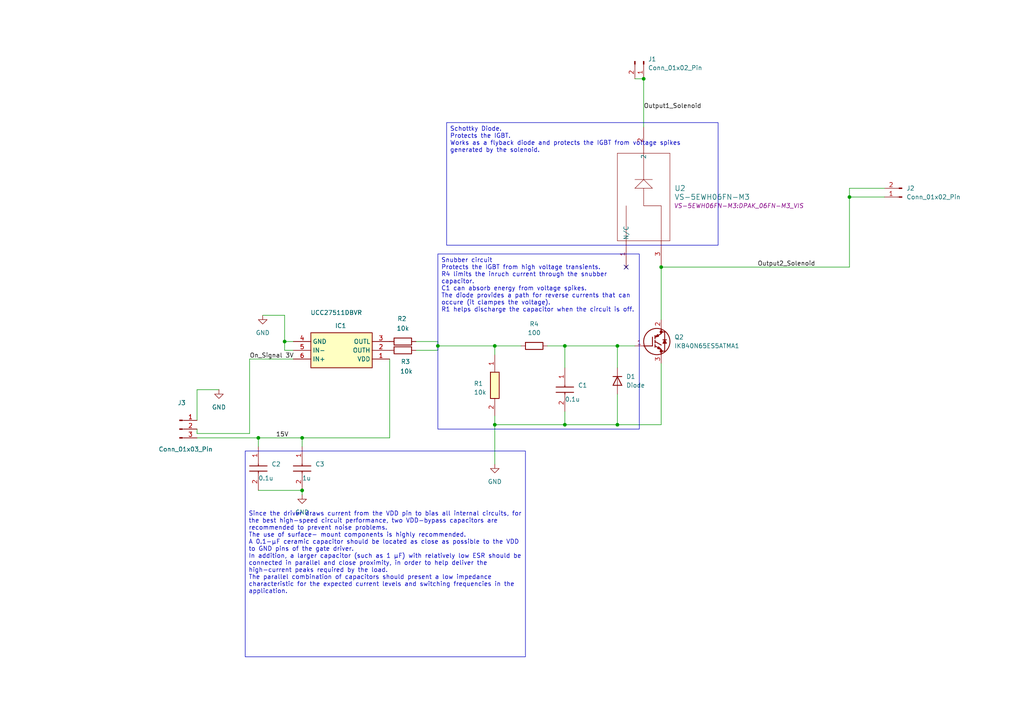
<source format=kicad_sch>
(kicad_sch (version 20231120) (generator "eeschema") (generator_version "8.0")
  (paper "A4")
  (lib_symbols
    (symbol "B32671P6104K000:B32671P6104K000" (pin_names hide)
      (property "Reference" "C" (at 8.89 6.35 0))
      (property "Value" "B32671P6104K000" (at 8.89 3.81 0))
      (symbol "B32671P6104K000_1_1"
        (polyline (pts (xy 5.08 0) (xy 5.588 0)) (stroke (width 0.254)))
        (polyline (pts (xy 5.588 2.54) (xy 5.588 -2.54)) (stroke (width 0.254)))
        (polyline (pts (xy 7.112 0) (xy 7.62 0)) (stroke (width 0.254)))
        (polyline (pts (xy 7.112 2.54) (xy 7.112 -2.54)) (stroke (width 0.254)))
        (pin passive line (at 0 0 0) (length 5.08) (name "1") (number "1"))
        (pin passive line (at 12.7 0 180) (length 5.08) (name "2") (number "2"))
      )
    )
    (symbol "CRCW121010K0JNEAIF:CRCW121010K0JNEAIF" (pin_names hide)
      (property "Reference" "R" (at 13.97 6.35 0))
      (property "Value" "CRCW121010K0JNEAIF" (at 13.97 3.81 0))
      (symbol "CRCW121010K0JNEAIF_1_1"
        (rectangle (start 5.08 1.27) (end 12.7 -1.27) (stroke (width 0.254)) (fill (type background)))
        (pin passive line (at 0 0 0) (length 5.08) (name "1") (number "1"))
        (pin passive line (at 17.78 0 180) (length 5.08) (name "2") (number "2"))
      )
    )
    (symbol "Connector:Conn_01x02_Pin" (pin_names (offset 1.016) hide)
      (property "Reference" "J" (at 0 2.54 0))
      (property "Value" "Conn_01x02_Pin" (at 0 -5.08 0))
      (symbol "Conn_01x02_Pin_1_1"
        (polyline (pts (xy 1.27 -2.54) (xy 0.8636 -2.54)) (stroke (width 0.1524)))
        (polyline (pts (xy 1.27 0) (xy 0.8636 0)) (stroke (width 0.1524)))
        (rectangle (start 0.8636 -2.413) (end 0 -2.667) (stroke (width 0.1524)) (fill (type outline)))
        (rectangle (start 0.8636 0.127) (end 0 -0.127) (stroke (width 0.1524)) (fill (type outline)))
        (pin passive line (at 5.08 0 180) (length 3.81) (name "Pin_1") (number "1"))
        (pin passive line (at 5.08 -2.54 180) (length 3.81) (name "Pin_2") (number "2"))
      )
    )
    (symbol "Connector:Conn_01x03_Pin" (pin_names (offset 1.016) hide)
      (property "Reference" "J" (at 0 5.08 0))
      (property "Value" "Conn_01x03_Pin" (at 0 -5.08 0))
      (symbol "Conn_01x03_Pin_1_1"
        (polyline (pts (xy 1.27 -2.54) (xy 0.8636 -2.54)) (stroke (width 0.1524)))
        (polyline (pts (xy 1.27 0) (xy 0.8636 0)) (stroke (width 0.1524)))
        (polyline (pts (xy 1.27 2.54) (xy 0.8636 2.54)) (stroke (width 0.1524)))
        (rectangle (start 0.8636 -2.413) (end 0 -2.667) (stroke (width 0.1524)) (fill (type outline)))
        (rectangle (start 0.8636 0.127) (end 0 -0.127) (stroke (width 0.1524)) (fill (type outline)))
        (rectangle (start 0.8636 2.667) (end 0 2.413) (stroke (width 0.1524)) (fill (type outline)))
        (pin passive line (at 5.08 2.54 180) (length 3.81) (name "Pin_1") (number "1"))
        (pin passive line (at 5.08 0 180) (length 3.81) (name "Pin_2") (number "2"))
        (pin passive line (at 5.08 -2.54 180) (length 3.81) (name "Pin_3") (number "3"))
      )
    )
    (symbol "Device:D" (pin_numbers hide) (pin_names (offset 1.016) hide)
      (property "Reference" "D" (at 0 2.54 0))
      (property "Value" "D" (at 0 -2.54 0))
      (symbol "D_0_1"
        (polyline (pts (xy -1.27 1.27) (xy -1.27 -1.27)) (stroke (width 0.254)))
        (polyline (pts (xy 1.27 0) (xy -1.27 0)))
        (polyline (pts (xy 1.27 1.27) (xy 1.27 -1.27) (xy -1.27 0) (xy 1.27 1.27)) (stroke (width 0.254)))
      )
      (symbol "D_1_1"
        (pin passive line (at -3.81 0 0) (length 2.54) (name "K") (number "1"))
        (pin passive line (at 3.81 0 180) (length 2.54) (name "A") (number "2"))
      )
    )
    (symbol "Device:R" (pin_numbers hide) (pin_names (offset 0))
      (property "Reference" "R" (at 2.032 0 90))
      (property "Value" "R" (at 0 0 90))
      (symbol "R_0_1"
        (rectangle (start -1.016 -2.54) (end 1.016 2.54) (stroke (width 0.254)))
      )
      (symbol "R_1_1"
        (pin passive line (at 0 3.81 270) (length 1.27) (name "~") (number "1"))
        (pin passive line (at 0 -3.81 90) (length 1.27) (name "~") (number "2"))
      )
    )
    (symbol "IKB40N65ES5ATMA1:IKB40N65ES5ATMA1" (pin_names hide)
      (property "Reference" "Q" (at 11.43 2.54 0))
      (property "Value" "IKB40N65ES5ATMA1" (at 11.43 0 0))
      (symbol "IKB40N65ES5ATMA1_1_1"
        (polyline (pts (xy 2.54 0) (xy 5.08 0)) (stroke (width 0.254)))
        (polyline (pts (xy 5.08 2.54) (xy 5.08 0)) (stroke (width 0.254)))
        (polyline (pts (xy 5.842 -0.4064) (xy 5.842 0.4064)) (stroke (width 0.254)))
        (polyline (pts (xy 5.842 0) (xy 7.62 -1.016)) (stroke (width 0.254)))
        (polyline (pts (xy 5.842 0.8636) (xy 5.842 1.6764)) (stroke (width 0.254)))
        (polyline (pts (xy 5.842 1.27) (xy 7.62 0.254)) (stroke (width 0.254)))
        (polyline (pts (xy 5.842 2.1336) (xy 5.842 2.9464)) (stroke (width 0.254)))
        (polyline (pts (xy 5.842 2.1844) (xy 5.842 2.9972)) (stroke (width 0.254)))
        (polyline (pts (xy 7.62 -1.524) (xy 8.636 -1.524)) (stroke (width 0.254)))
        (polyline (pts (xy 7.62 -1.016) (xy 7.62 -2.54)) (stroke (width 0.254)))
        (polyline (pts (xy 7.62 3.556) (xy 5.842 2.54)) (stroke (width 0.254)))
        (polyline (pts (xy 7.62 3.556) (xy 7.62 5.08)) (stroke (width 0.254)))
        (polyline (pts (xy 7.62 4.064) (xy 8.636 4.064)) (stroke (width 0.254)))
        (polyline (pts (xy 8.128 1.778) (xy 9.144 1.778)) (stroke (width 0.254)))
        (polyline (pts (xy 8.636 0.762) (xy 8.636 -1.524)) (stroke (width 0.254)))
        (polyline (pts (xy 8.636 1.778) (xy 8.636 4.064)) (stroke (width 0.254)))
        (polyline (pts (xy 6.604 -0.762) (xy 6.858 -0.254) (xy 7.62 -1.016) (xy 6.604 -0.762)) (stroke (width 0.254)) (fill (type outline)))
        (polyline (pts (xy 6.858 2.794) (xy 6.604 3.302) (xy 5.842 2.54) (xy 6.858 2.794)) (stroke (width 0.254)) (fill (type outline)))
        (polyline (pts (xy 8.636 1.778) (xy 8.128 0.762) (xy 9.144 0.762) (xy 8.636 1.778)) (stroke (width 0.254)) (fill (type outline)))
        (circle (center 6.35 1.27) (radius 3.81) (stroke (width 0.254)))
        (circle (center 7.62 -1.524) (radius 0.254) (stroke (width 0.381)))
        (circle (center 7.62 4.064) (radius 0.254) (stroke (width 0.381)))
        (pin passive line (at 0 0 0) (length 2.54) (name "G") (number "1"))
        (pin passive line (at 7.62 7.62 270) (length 2.54) (name "C") (number "2"))
        (pin passive line (at 7.62 -5.08 90) (length 2.54) (name "E") (number "3"))
      )
    )
    (symbol "UCC27511DBVR:UCC27511DBVR"
      (property "Reference" "IC" (at 24.13 7.62 0))
      (property "Value" "UCC27511DBVR" (at 24.13 5.08 0))
      (symbol "UCC27511DBVR_1_1"
        (rectangle (start 5.08 2.54) (end 22.86 -7.62) (stroke (width 0.254)) (fill (type background)))
        (pin passive line (at 0 0 0) (length 5.08) (name "VDD") (number "1"))
        (pin passive line (at 0 -2.54 0) (length 5.08) (name "OUTH") (number "2"))
        (pin passive line (at 0 -5.08 0) (length 5.08) (name "OUTL") (number "3"))
        (pin passive line (at 27.94 -5.08 180) (length 5.08) (name "GND") (number "4"))
        (pin passive line (at 27.94 -2.54 180) (length 5.08) (name "IN-") (number "5"))
        (pin passive line (at 27.94 0 180) (length 5.08) (name "IN+") (number "6"))
      )
    )
    (symbol "VS-5EWH06FN-M3:VS-5EWH06FN-M3" (pin_names (offset 0.254))
      (property "Reference" "U" (at 20.32 7.62 0))
      (property "Value" "VS-5EWH06FN-M3" (at 20.32 5.08 0))
      (symbol "VS-5EWH06FN-M3_0_1"
        (polyline (pts (xy 7.62 -12.7) (xy 33.02 -12.7)) (stroke (width 0.127)))
        (polyline (pts (xy 7.62 -10.16) (xy 17.78 -10.16)) (stroke (width 0.127)))
        (polyline (pts (xy 7.62 0) (xy 17.78 0)) (stroke (width 0.127)))
        (polyline (pts (xy 7.62 2.54) (xy 7.62 -12.7)) (stroke (width 0.127)))
        (polyline (pts (xy 17.78 -10.16) (xy 17.78 -5.08)) (stroke (width 0.127)))
        (polyline (pts (xy 17.78 -5.08) (xy 22.86 -5.08)) (stroke (width 0.127)))
        (polyline (pts (xy 22.86 -7.62) (xy 22.86 -2.54)) (stroke (width 0.127)))
        (polyline (pts (xy 22.86 -7.62) (xy 25.4 -5.08)) (stroke (width 0.127)))
        (polyline (pts (xy 25.4 -7.62) (xy 25.4 -2.54)) (stroke (width 0.127)))
        (polyline (pts (xy 25.4 -5.08) (xy 22.86 -2.54)) (stroke (width 0.127)))
        (polyline (pts (xy 25.4 -5.08) (xy 33.02 -5.08)) (stroke (width 0.127)))
        (polyline (pts (xy 33.02 -12.7) (xy 33.02 2.54)) (stroke (width 0.127)))
        (polyline (pts (xy 33.02 2.54) (xy 7.62 2.54)) (stroke (width 0.127)))
        (pin no_connect line (at 0 0 0) (length 7.62) (name "N/C") (number "1"))
        (pin unspecified line (at 40.64 -5.08 180) (length 7.62) (name "2") (number "2"))
        (pin unspecified line (at 0 -10.16 0) (length 7.62) (name "") (number "3"))
      )
    )
    (symbol "power:GND" (power) (pin_numbers hide) (pin_names (offset 0) hide)
      (property "Value" "GND" (at 0 -3.81 0))
      (symbol "GND_0_1"
        (polyline (pts (xy 0 0) (xy 0 -1.27) (xy 1.27 -1.27) (xy 0 -2.54) (xy -1.27 -1.27) (xy 0 -1.27)))
      )
      (symbol "GND_1_1"
        (pin power_in line (at 0 0 270) (length 0) (name "~") (number "1"))
      )
    )
  )
  (junction (at 87.63 142.24))
  (junction (at 163.83 100.33))
  (junction (at 127 100.33))
  (junction (at 246.38 57.15))
  (junction (at 143.51 123.19))
  (junction (at 186.69 22.86))
  (junction (at 82.55 99.06))
  (junction (at 163.83 123.19))
  (junction (at 179.07 100.33))
  (junction (at 74.93 127))
  (junction (at 143.51 100.33))
  (junction (at 191.77 77.47))
  (junction (at 87.63 127))
  (junction (at 179.07 123.19))
  (no_connect (at 181.61 77.47))
  (wire (pts (xy 191.77 77.47) (xy 191.77 92.71)))
  (wire (pts (xy 143.51 100.33) (xy 151.13 100.33)))
  (wire (pts (xy 163.83 123.19) (xy 179.07 123.19)))
  (wire (pts (xy 63.5 113.03) (xy 57.15 113.03)))
  (wire (pts (xy 246.38 57.15) (xy 256.54 57.15)))
  (wire (pts (xy 127 100.33) (xy 127 101.6)))
  (wire (pts (xy 246.38 57.15) (xy 246.38 77.47)))
  (wire (pts (xy 143.51 120.65) (xy 143.51 123.19)))
  (wire (pts (xy 57.15 127) (xy 74.93 127)))
  (wire (pts (xy 186.69 22.86) (xy 186.69 36.83)))
  (wire (pts (xy 143.51 100.33) (xy 143.51 102.87)))
  (wire (pts (xy 85.09 101.6) (xy 82.55 101.6)))
  (wire (pts (xy 246.38 54.61) (xy 256.54 54.61)))
  (wire (pts (xy 191.77 105.41) (xy 191.77 123.19)))
  (wire (pts (xy 163.83 100.33) (xy 163.83 106.68)))
  (wire (pts (xy 127 100.33) (xy 143.51 100.33)))
  (wire (pts (xy 179.07 123.19) (xy 191.77 123.19)))
  (wire (pts (xy 76.2 91.44) (xy 82.55 91.44)))
  (wire (pts (xy 143.51 123.19) (xy 163.83 123.19)))
  (wire (pts (xy 82.55 101.6) (xy 82.55 99.06)))
  (wire (pts (xy 74.93 127) (xy 87.63 127)))
  (wire (pts (xy 184.15 22.86) (xy 186.69 22.86)))
  (wire (pts (xy 72.39 125.73) (xy 57.15 125.73)))
  (wire (pts (xy 87.63 127) (xy 113.03 127)))
  (wire (pts (xy 74.93 142.24) (xy 87.63 142.24)))
  (wire (pts (xy 113.03 104.14) (xy 113.03 127)))
  (wire (pts (xy 163.83 100.33) (xy 179.07 100.33)))
  (wire (pts (xy 127 99.06) (xy 127 100.33)))
  (wire (pts (xy 87.63 143.51) (xy 87.63 142.24)))
  (wire (pts (xy 57.15 125.73) (xy 57.15 124.46)))
  (wire (pts (xy 72.39 104.14) (xy 72.39 125.73)))
  (wire (pts (xy 179.07 106.68) (xy 179.07 100.33)))
  (wire (pts (xy 163.83 119.38) (xy 163.83 123.19)))
  (wire (pts (xy 120.65 101.6) (xy 127 101.6)))
  (wire (pts (xy 143.51 123.19) (xy 143.51 134.62)))
  (wire (pts (xy 191.77 77.47) (xy 246.38 77.47)))
  (wire (pts (xy 120.65 99.06) (xy 127 99.06)))
  (wire (pts (xy 74.93 127) (xy 74.93 129.54)))
  (wire (pts (xy 179.07 114.3) (xy 179.07 123.19)))
  (wire (pts (xy 57.15 113.03) (xy 57.15 121.92)))
  (wire (pts (xy 246.38 54.61) (xy 246.38 57.15)))
  (wire (pts (xy 87.63 127) (xy 87.63 129.54)))
  (wire (pts (xy 163.83 100.33) (xy 158.75 100.33)))
  (wire (pts (xy 82.55 91.44) (xy 82.55 99.06)))
  (wire (pts (xy 179.07 100.33) (xy 184.15 100.33)))
  (wire (pts (xy 82.55 99.06) (xy 85.09 99.06)))
  (wire (pts (xy 72.39 104.14) (xy 85.09 104.14)))
  (text_box "Snubber circuit\nProtects the IGBT from high voltage transients.\nR4 limits the inruch current through the snubber capacitor. \nC1 can absorb energy from voltage spikes.\nThe diode provides a path for reverse currents that can occure (it clampes the voltage). \nR1 helps discharge the capacitor when the circuit is off. " (at 127 73.66 0) (size 58.42 50.8) (effects (font (size 1.27 1.27)) (justify left top)))
  (text_box "\n\n\n\n\n\n\n\nSince the driver draws current from the VDD pin to bias all internal circuits, for the best high-speed circuit performance, two VDD-bypass capacitors are recommended to prevent noise problems. \nThe use of surface- mount components is highly recommended. \nA 0.1-μF ceramic capacitor should be located as close as possible to the VDD to GND pins of the gate driver. \nIn addition, a larger capacitor (such as 1 μF) with relatively low ESR should be connected in parallel and close proximity, in order to help deliver the high-current peaks required by the load. \nThe parallel combination of capacitors should present a low impedance characteristic for the expected current levels and switching frequencies in the application.\n" (at 71.12 130.81 0) (size 81.28 59.69) (effects (font (size 1.27 1.27)) (justify left top)))
  (text_box "Schottky Diode. \nProtects the IGBT.\nWorks as a flyback diode and protects the IGBT from voltage spikes generated by the solenoid. \n" (at 129.54 35.56 0) (size 78.74 35.56) (effects (font (size 1.27 1.27)) (justify left top)))
  (label "Output2_Solenoid " (at 219.71 77.47 0))
  (label "On_Signal 3V" (at 72.39 104.14 0))
  (label "15V" (at 80.01 127 0))
  (label "Output1_Solenoid " (at 186.69 31.75 0))
  (symbol (lib_id "VS-5EWH06FN-M3:VS-5EWH06FN-M3") (at 181.61 77.47 90) (unit 1)
    (property "Reference" "U2" (at 195.58 54.6099 90) (effects (font (size 1.524 1.524)) (justify right)))
    (property "Value" "VS-5EWH06FN-M3" (at 195.58 57.1499 90) (effects (font (size 1.524 1.524)) (justify right)))
    (property "Footprint" "VS-5EWH06FN-M3:DPAK_06FN-M3_VIS" (at 195.58 59.6899 90) (effects (font (italic yes)) (justify right)))
    (property "Datasheet" "VS-5EWH06FN-M3" (effects (hide yes)))
  )
  (symbol (lib_id "Device:R") (at 154.94 100.33 90) (unit 1)
    (property "Reference" "R4" (at 154.94 93.98 90))
    (property "Value" "100" (at 154.94 96.52 90))
    (property "Footprint" "Resistor_SMD:R_2010_5025Metric" (effects (hide yes)))
    (property "Description" "Resistor" (effects (hide yes)))
  )
  (symbol (lib_id "Device:D") (at 179.07 110.49 270) (unit 1)
    (property "Reference" "D1" (at 181.61 109.2199 90) (effects (justify left)))
    (property "Value" "Diode" (at 181.61 111.7599 90) (effects (justify left)))
    (property "Footprint" "Diode_SMD:D_SMC" (effects (hide yes)))
    (property "Description" "Diode" (effects (hide yes)))
    (property "Sim.Device" "D" (effects (hide yes)))
    (property "Sim.Pins" "1=K 2=A" (effects (hide yes)))
  )
  (symbol (lib_id "CRCW121010K0JNEAIF:CRCW121010K0JNEAIF") (at 143.51 102.87 270) (unit 1)
    (property "Reference" "R1" (at 137.414 111.252 90) (effects (justify left)))
    (property "Value" "10k" (at 137.414 113.792 90) (effects (justify left)))
    (property "Footprint" "Resistor_SMD:R_1210_3225Metric" (effects (hide yes)))
    (property "Datasheet" "https://www.vishay.com/docs/20024/dcrcwife3.pdf" (effects (hide yes)))
    (property "Description" "10 kOhms +/-5% 0.5W, 1/2W Chip Resistor 1210 (3225 Metric) Automotive AEC-Q200, Pulse Withstanding Thick Film" (effects (hide yes)))
    (property "Height" "0.6" (effects (hide yes)))
    (property "Mouser Part Number" "71-CRCW121010K0JNAIF" (effects (hide yes)))
    (property "Mouser Price/Stock" "https://www.mouser.co.uk/ProductDetail/Vishay/CRCW121010K0JNEAIF?qs=i8QVZAFTkqQfG5tTLsUS4Q%3D%3D" (effects (hide yes)))
    (property "Manufacturer_Name" "Vishay" (effects (hide yes)))
    (property "Manufacturer_Part_Number" "CRCW121010K0JNEAIF" (effects (hide yes)))
  )
  (symbol (lib_id "Connector:Conn_01x03_Pin") (at 52.07 124.46 0) (unit 1)
    (property "Reference" "J3" (at 52.705 116.84 0))
    (property "Value" "Conn_01x03_Pin" (at 53.848 130.302 0))
    (property "Footprint" "Connector_PinHeader_2.54mm:PinHeader_1x03_P2.54mm_Vertical" (effects (hide yes)))
    (property "Description" "Generic connector, single row, 01x03, script generated" (effects (hide yes)))
  )
  (symbol (lib_id "B32671P6104K000:B32671P6104K000") (at 87.63 129.54 270) (unit 1)
    (property "Reference" "C3" (at 91.44 134.6199 90) (effects (justify left)))
    (property "Value" "1u" (at 87.63 138.684 90) (effects (justify left)))
    (property "Footprint" "Capacitor_SMD:C_0805_2012Metric_Pad1.18x1.45mm_HandSolder" (effects (hide yes)))
    (property "Datasheet" "https://product.tdk.com/system/files/dam/doc/product/capacitor/film/mkp_mfp/data_sheet/20/20/db/fc_2009/mkp_b3267_p.pdf" (effects (hide yes)))
    (property "Description" "Metallized Polypropylene Capacitors (MKP/MFP), 0.1uF, 630V DC, 5mm(W) x 11mm(H) x 13mm(L)" (effects (hide yes)))
    (property "Height" "11" (effects (hide yes)))
    (property "Mouser Part Number" "871-B32671P6104K000" (effects (hide yes)))
    (property "Mouser Price/Stock" "https://www.mouser.co.uk/ProductDetail/EPCOS-TDK/B32671P6104K000?qs=vvQZUlcHev%2FW432KWD%2FDwA%3D%3D" (effects (hide yes)))
    (property "Manufacturer_Name" "TDK" (effects (hide yes)))
    (property "Manufacturer_Part_Number" "B32671P6104K000" (effects (hide yes)))
  )
  (symbol (lib_id "IKB40N65ES5ATMA1:IKB40N65ES5ATMA1") (at 184.15 100.33 0) (unit 1)
    (property "Reference" "Q2" (at 195.58 97.7899 0) (effects (justify left)))
    (property "Value" "IKB40N65ES5ATMA1" (at 195.58 100.3299 0) (effects (justify left)))
    (property "Footprint" "IKB40N65ES5ATMA1 IGBT:BTS141TCBUMA1" (effects (hide yes)))
    (property "Datasheet" "https://componentsearchengine.com/Datasheets/1/IKB40N65ES5ATMA1.pdf" (effects (hide yes)))
    (property "Description" "IGBT Transistors INDUSTRY 14" (effects (hide yes)))
    (property "Height" "4.4" (effects (hide yes)))
    (property "Mouser Part Number" "726-IKB40N65ES5ATMA1" (effects (hide yes)))
    (property "Mouser Price/Stock" "https://www.mouser.co.uk/ProductDetail/Infineon-Technologies/IKB40N65ES5ATMA1?qs=MLItCLRbWsxz7jtfFbVz2w%3D%3D" (effects (hide yes)))
    (property "Manufacturer_Name" "Infineon" (effects (hide yes)))
    (property "Manufacturer_Part_Number" "IKB40N65ES5ATMA1" (effects (hide yes)))
  )
  (symbol (lib_id "power:GND") (at 143.51 134.62 0) (unit 1)
    (property "Reference" "#PWR02" (effects (hide yes)))
    (property "Value" "GND" (at 143.51 139.7 0))
    (property "Description" "Power symbol creates a global label with name \"GND\" , ground" (effects (hide yes)))
  )
  (symbol (lib_id "Connector:Conn_01x02_Pin") (at 261.62 57.15 180) (unit 1)
    (property "Reference" "J2" (at 262.89 54.6099 0) (effects (justify right)))
    (property "Value" "Conn_01x02_Pin" (at 262.89 57.1499 0) (effects (justify right)))
    (property "Footprint" "Connector_PinHeader_2.54mm:PinHeader_1x02_P2.54mm_Vertical" (effects (hide yes)))
    (property "Description" "Generic connector, single row, 01x02, script generated" (effects (hide yes)))
  )
  (symbol (lib_id "B32671P6104K000:B32671P6104K000") (at 74.93 129.54 270) (unit 1)
    (property "Reference" "C2" (at 78.74 134.6199 90) (effects (justify left)))
    (property "Value" "0.1u" (at 74.93 138.684 90) (effects (justify left)))
    (property "Footprint" "Capacitor_SMD:C_0805_2012Metric_Pad1.18x1.45mm_HandSolder" (effects (hide yes)))
    (property "Datasheet" "https://product.tdk.com/system/files/dam/doc/product/capacitor/film/mkp_mfp/data_sheet/20/20/db/fc_2009/mkp_b3267_p.pdf" (effects (hide yes)))
    (property "Description" "Metallized Polypropylene Capacitors (MKP/MFP), 0.1uF, 630V DC, 5mm(W) x 11mm(H) x 13mm(L)" (effects (hide yes)))
    (property "Height" "11" (effects (hide yes)))
    (property "Mouser Part Number" "871-B32671P6104K000" (effects (hide yes)))
    (property "Mouser Price/Stock" "https://www.mouser.co.uk/ProductDetail/EPCOS-TDK/B32671P6104K000?qs=vvQZUlcHev%2FW432KWD%2FDwA%3D%3D" (effects (hide yes)))
    (property "Manufacturer_Name" "TDK" (effects (hide yes)))
    (property "Manufacturer_Part_Number" "B32671P6104K000" (effects (hide yes)))
  )
  (symbol (lib_id "UCC27511DBVR:UCC27511DBVR") (at 113.03 104.14 180) (unit 1)
    (property "Reference" "IC1" (at 98.806 94.488 0))
    (property "Value" "UCC27511DBVR" (at 97.536 90.678 0))
    (property "Footprint" "IKB40N65ES5ATMA1 IGBT:BTS141TCBUMA1" (effects (hide yes)))
    (property "Datasheet" "http://www.ti.com/general/docs/suppproductinfo.tsp?distId=10&gotoUrl=http%3A%2F%2Fwww.ti.com%2Flit%2Fgpn%2Fucc27511" (effects (hide yes)))
    (property "Description" "4A/8A Single Channel High-speed Low-side Gate Driver" (effects (hide yes)))
    (property "Height" "1.45" (effects (hide yes)))
    (property "Mouser Part Number" "595-UCC27511DBVR" (effects (hide yes)))
    (property "Mouser Price/Stock" "https://www.mouser.co.uk/ProductDetail/Texas-Instruments/UCC27511DBVR?qs=Brs2XCuyt3cyk%2FCyDsXxJg%3D%3D" (effects (hide yes)))
    (property "Manufacturer_Name" "Texas Instruments" (effects (hide yes)))
    (property "Manufacturer_Part_Number" "UCC27511DBVR" (effects (hide yes)))
  )
  (symbol (lib_id "B32671P6104K000:B32671P6104K000") (at 163.83 106.68 270) (unit 1)
    (property "Reference" "C1" (at 167.64 111.7599 90) (effects (justify left)))
    (property "Value" "0.1u" (at 163.83 115.824 90) (effects (justify left)))
    (property "Footprint" "Capacitor_SMD:C_0805_2012Metric_Pad1.18x1.45mm_HandSolder" (effects (hide yes)))
    (property "Datasheet" "https://product.tdk.com/system/files/dam/doc/product/capacitor/film/mkp_mfp/data_sheet/20/20/db/fc_2009/mkp_b3267_p.pdf" (effects (hide yes)))
    (property "Description" "Metallized Polypropylene Capacitors (MKP/MFP), 0.1uF, 630V DC, 5mm(W) x 11mm(H) x 13mm(L)" (effects (hide yes)))
    (property "Height" "11" (effects (hide yes)))
    (property "Mouser Part Number" "871-B32671P6104K000" (effects (hide yes)))
    (property "Mouser Price/Stock" "https://www.mouser.co.uk/ProductDetail/EPCOS-TDK/B32671P6104K000?qs=vvQZUlcHev%2FW432KWD%2FDwA%3D%3D" (effects (hide yes)))
    (property "Manufacturer_Name" "TDK" (effects (hide yes)))
    (property "Manufacturer_Part_Number" "B32671P6104K000" (effects (hide yes)))
  )
  (symbol (lib_id "Device:R") (at 116.84 99.06 90) (unit 1)
    (property "Reference" "R2" (at 116.586 92.456 90))
    (property "Value" "10k" (at 116.84 95.25 90))
    (property "Footprint" "Resistor_SMD:R_1210_3225Metric" (effects (hide yes)))
    (property "Description" "Resistor" (effects (hide yes)))
  )
  (symbol (lib_id "power:GND") (at 87.63 143.51 0) (unit 1)
    (property "Reference" "#PWR01" (effects (hide yes)))
    (property "Value" "GND" (at 87.63 148.59 0))
    (property "Description" "Power symbol creates a global label with name \"GND\" , ground" (effects (hide yes)))
  )
  (symbol (lib_id "Device:R") (at 116.84 101.6 90) (unit 1)
    (property "Reference" "R3" (at 117.602 104.902 90))
    (property "Value" "10k" (at 117.856 107.696 90))
    (property "Footprint" "Resistor_SMD:R_1210_3225Metric" (effects (hide yes)))
    (property "Description" "Resistor" (effects (hide yes)))
  )
  (symbol (lib_id "Connector:Conn_01x02_Pin") (at 186.69 17.78 270) (unit 1)
    (property "Reference" "J1" (at 187.96 17.1449 90) (effects (justify left)))
    (property "Value" "Conn_01x02_Pin" (at 187.96 19.6849 90) (effects (justify left)))
    (property "Footprint" "Connector_PinHeader_2.54mm:PinHeader_1x02_P2.54mm_Vertical" (effects (hide yes)))
    (property "Description" "Generic connector, single row, 01x02, script generated" (effects (hide yes)))
  )
  (symbol (lib_id "power:GND") (at 63.5 113.03 0) (unit 1)
    (property "Reference" "#PWR03" (effects (hide yes)))
    (property "Value" "GND" (at 63.5 118.11 0))
    (property "Description" "Power symbol creates a global label with name \"GND\" , ground" (effects (hide yes)))
  )
  (symbol (lib_id "power:GND") (at 76.2 91.44 0) (unit 1)
    (property "Reference" "#PWR04" (effects (hide yes)))
    (property "Value" "GND" (at 76.2 96.52 0))
    (property "Description" "Power symbol creates a global label with name \"GND\" , ground" (effects (hide yes)))
  )
)
</source>
